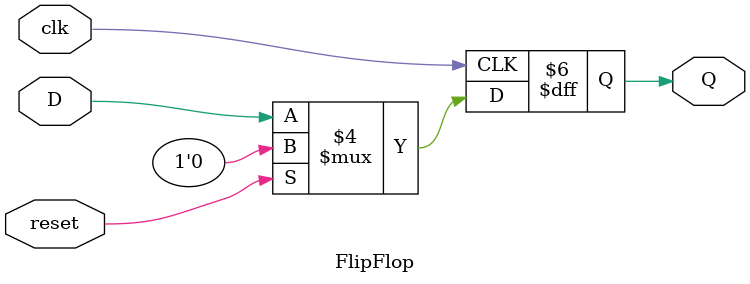
<source format=v>
`timescale 1ns / 1ps


module FlipFlop(
    input D,
    input clk,
    input reset,
    output reg Q
    );
    
    always @(posedge clk)
    begin
        if (reset == 1'b1)
        begin
            Q <= 1'b0;
        end
        else
        begin
            Q <= D;
        end
    end
endmodule

</source>
